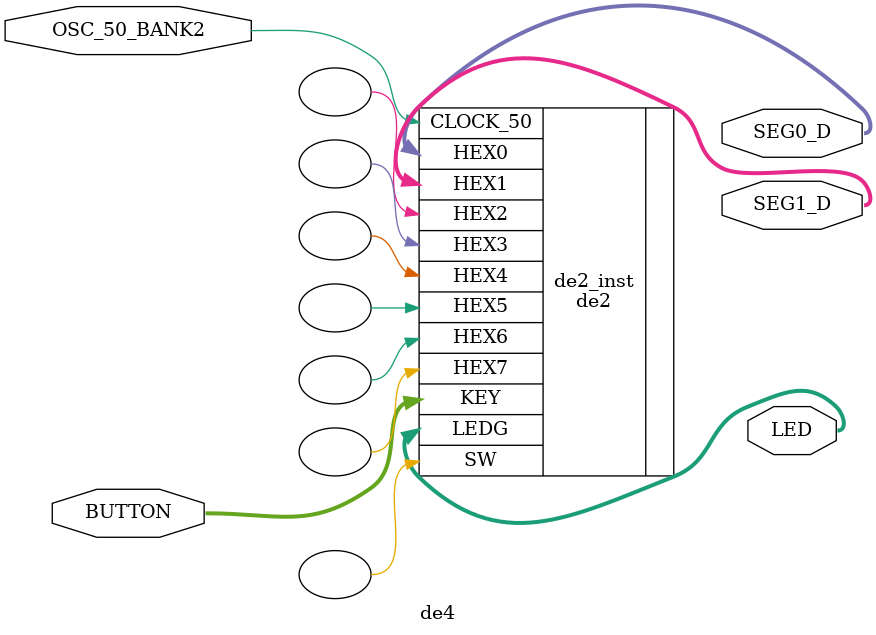
<source format=v>
module de4 ( 
    	     OSC_50_BANK2, 
             BUTTON, 
             LED, 
    	     SEG0_D, 
    	     SEG1_D 
	     ); 
   input OSC_50_BANK2; 
   input [1:0] BUTTON; 
   output [6:0] SEG0_D; 
   output [6:0] SEG1_D; 
   output [7:0] LED; 
   
   de2 de2_inst ( 
		  .CLOCK_50 (OSC_50_BANK2), 
		  .LEDG (LED), 
		  .KEY (BUTTON), 
		  .SW (), 
		  .HEX0 (SEG0_D), 
		  .HEX1 (SEG1_D), 
		  .HEX2 (), 
		  .HEX3 (), 
		  .HEX4 (), 
		  .HEX5 (), 
		  .HEX6 (), 
		  .HEX7 () 
		  ); 
   
endmodule

</source>
